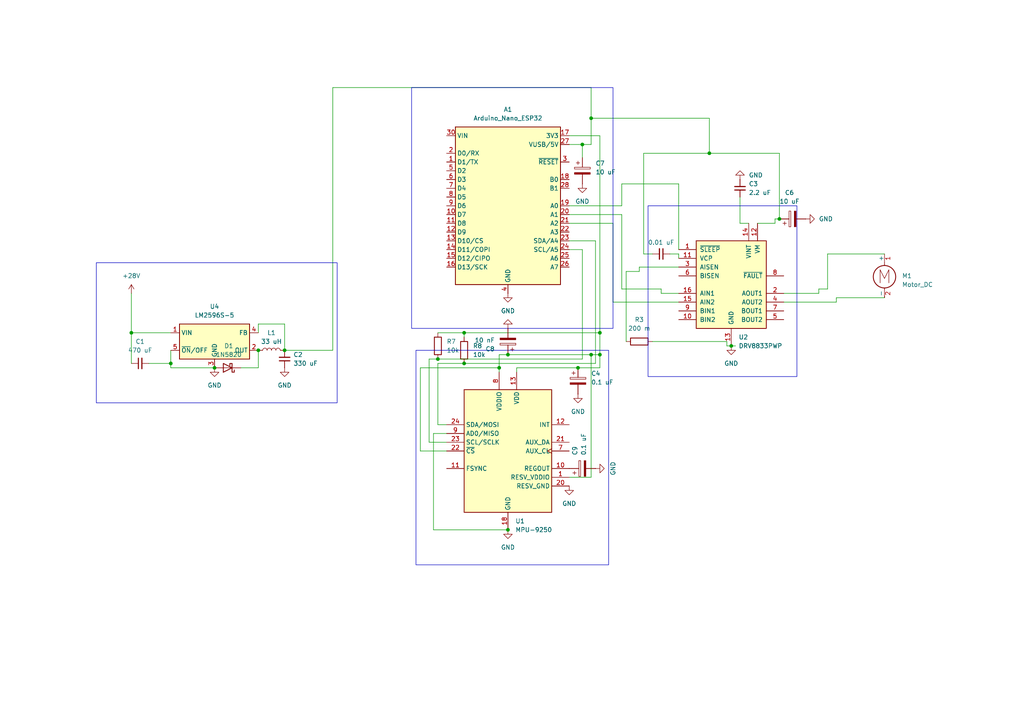
<source format=kicad_sch>
(kicad_sch (version 20250114) (generator "eeschema") (generator_version "9.0")
  (paper "A4")
  (lib_symbols
    (symbol "Device:C_Polarized" (pin_numbers (hide yes)) (pin_names (offset 0.254))
      (property "Reference" "C" (at 0.635 2.54 0))
      (property "Value" "C_Polarized" (at 0.635 -2.54 0))
      (symbol "C_Polarized_0_1"
        (rectangle (start -2.286 0.508) (end 2.286 1.016))
        (polyline (pts (xy -1.778 2.286) (xy -0.762 2.286)))
        (polyline (pts (xy -1.27 2.794) (xy -1.27 1.778)))
        (rectangle (start 2.286 -0.508) (end -2.286 -1.016) (fill (type outline)))
      )
      (symbol "C_Polarized_1_1"
        (pin passive line (at 0 3.81 270) (length 2.794) (name "~") (number "1"))
        (pin passive line (at 0 -3.81 90) (length 2.794) (name "~") (number "2"))
      )
    )
    (symbol "Device:C_Small" (pin_numbers (hide yes)) (pin_names (offset 0.254) (hide yes))
      (property "Reference" "C" (at 0.254 1.778 0))
      (property "Value" "C_Small" (at 0.254 -2.032 0))
      (symbol "C_Small_0_1"
        (polyline (pts (xy -1.524 0.508) (xy 1.524 0.508)) (stroke (width 0.3048)))
        (polyline (pts (xy -1.524 -0.508) (xy 1.524 -0.508)) (stroke (width 0.3302)))
      )
      (symbol "C_Small_1_1"
        (pin passive line (at 0 2.54 270) (length 2.032) (name "~") (number "1"))
        (pin passive line (at 0 -2.54 90) (length 2.032) (name "~") (number "2"))
      )
    )
    (symbol "Device:L" (pin_numbers (hide yes)) (pin_names (offset 1.016) (hide yes))
      (property "Reference" "L" (at -1.27 0 90))
      (property "Value" "L" (at 1.905 0 90))
      (symbol "L_0_1"
        (arc (start 0 2.54) (mid 0.6323 1.905) (end 0 1.27))
        (arc (start 0 1.27) (mid 0.6323 0.635) (end 0 0))
        (arc (start 0 0) (mid 0.6323 -0.635) (end 0 -1.27))
        (arc (start 0 -1.27) (mid 0.6323 -1.905) (end 0 -2.54))
      )
      (symbol "L_1_1"
        (pin passive line (at 0 3.81 270) (length 1.27) (name "1") (number "1"))
        (pin passive line (at 0 -3.81 90) (length 1.27) (name "2") (number "2"))
      )
    )
    (symbol "Device:R" (pin_numbers (hide yes)) (pin_names (offset 0))
      (property "Reference" "R" (at 2.032 0 90))
      (property "Value" "R" (at 0 0 90))
      (symbol "R_0_1"
        (rectangle (start -1.016 -2.54) (end 1.016 2.54) (stroke (width 0.254)))
      )
      (symbol "R_1_1"
        (pin passive line (at 0 3.81 270) (length 1.27) (name "~") (number "1"))
        (pin passive line (at 0 -3.81 90) (length 1.27) (name "~") (number "2"))
      )
    )
    (symbol "Diode:1N5820" (pin_numbers (hide yes)) (pin_names (offset 1.016) (hide yes))
      (property "Reference" "D" (at 0 2.54 0))
      (property "Value" "1N5820" (at 0 -2.54 0))
      (symbol "1N5820_0_1"
        (polyline (pts (xy -1.905 0.635) (xy -1.905 1.27) (xy -1.27 1.27) (xy -1.27 -1.27) (xy -0.635 -1.27) (xy -0.635 -0.635)) (stroke (width 0.254)))
        (polyline (pts (xy 1.27 1.27) (xy 1.27 -1.27) (xy -1.27 0) (xy 1.27 1.27)) (stroke (width 0.254)))
        (polyline (pts (xy 1.27 0) (xy -1.27 0)))
      )
      (symbol "1N5820_1_1"
        (pin passive line (at -3.81 0 0) (length 2.54) (name "K") (number "1"))
        (pin passive line (at 3.81 0 180) (length 2.54) (name "A") (number "2"))
      )
    )
    (symbol "Driver_Motor:DRV8833PWP" (pin_names (offset 1.016))
      (property "Reference" "U" (at -3.81 16.51 0))
      (property "Value" "DRV8833PWP" (at -3.81 13.97 0))
      (symbol "DRV8833PWP_0_1"
        (rectangle (start -10.16 12.7) (end 10.16 -12.7) (stroke (width 0.254)) (fill (type background)))
      )
      (symbol "DRV8833PWP_1_1"
        (pin input line (at -15.24 10.16 0) (length 5.08) (name "~{SLEEP}") (number "1"))
        (pin bidirectional line (at -15.24 7.62 0) (length 5.08) (name "VCP") (number "11"))
        (pin bidirectional line (at -15.24 5.08 0) (length 5.08) (name "AISEN") (number "3"))
        (pin bidirectional line (at -15.24 2.54 0) (length 5.08) (name "BISEN") (number "6"))
        (pin input line (at -15.24 -2.54 0) (length 5.08) (name "AIN1") (number "16"))
        (pin input line (at -15.24 -5.08 0) (length 5.08) (name "AIN2") (number "15"))
        (pin input line (at -15.24 -7.62 0) (length 5.08) (name "BIN1") (number "9"))
        (pin input line (at -15.24 -10.16 0) (length 5.08) (name "BIN2") (number "10"))
        (pin power_in line (at 0 -17.78 90) (length 5.08) (name "GND") (number "13"))
        (pin passive line (at 0 -17.78 90) (length 5.08) (hide yes) (name "GND") (number "17"))
        (pin power_in line (at 5.08 17.78 270) (length 5.08) (name "VINT") (number "14"))
        (pin power_in line (at 7.62 17.78 270) (length 5.08) (name "VM") (number "12"))
        (pin open_collector line (at 15.24 2.54 180) (length 5.08) (name "~{FAULT}") (number "8"))
        (pin power_out line (at 15.24 -2.54 180) (length 5.08) (name "AOUT1") (number "2"))
        (pin power_out line (at 15.24 -5.08 180) (length 5.08) (name "AOUT2") (number "4"))
        (pin power_out line (at 15.24 -7.62 180) (length 5.08) (name "BOUT1") (number "7"))
        (pin power_out line (at 15.24 -10.16 180) (length 5.08) (name "BOUT2") (number "5"))
      )
    )
    (symbol "MCU_Module:Arduino_Nano_ESP32"
      (property "Reference" "A" (at -14.986 23.622 0))
      (property "Value" "Arduino_Nano_ESP32" (at 3.81 -25.654 0))
      (symbol "Arduino_Nano_ESP32_0_1"
        (rectangle (start -15.24 22.86) (end 15.24 -22.86) (stroke (width 0.254)) (fill (type background)))
      )
      (symbol "Arduino_Nano_ESP32_1_1"
        (pin power_in line (at -17.78 20.32 0) (length 2.54) (name "VIN") (number "30"))
        (pin bidirectional line (at -17.78 15.24 0) (length 2.54) (name "D0/RX") (number "2"))
        (pin bidirectional line (at -17.78 12.7 0) (length 2.54) (name "D1/TX") (number "1"))
        (pin bidirectional line (at -17.78 10.16 0) (length 2.54) (name "D2") (number "5"))
        (pin bidirectional line (at -17.78 7.62 0) (length 2.54) (name "D3") (number "6"))
        (pin bidirectional line (at -17.78 5.08 0) (length 2.54) (name "D4") (number "7"))
        (pin bidirectional line (at -17.78 2.54 0) (length 2.54) (name "D5") (number "8"))
        (pin bidirectional line (at -17.78 0 0) (length 2.54) (name "D6") (number "9"))
        (pin bidirectional line (at -17.78 -2.54 0) (length 2.54) (name "D7") (number "10"))
        (pin bidirectional line (at -17.78 -5.08 0) (length 2.54) (name "D8") (number "11"))
        (pin bidirectional line (at -17.78 -7.62 0) (length 2.54) (name "D9") (number "12"))
        (pin bidirectional line (at -17.78 -10.16 0) (length 2.54) (name "D10/CS") (number "13"))
        (pin bidirectional line (at -17.78 -12.7 0) (length 2.54) (name "D11/COPI") (number "14"))
        (pin bidirectional line (at -17.78 -15.24 0) (length 2.54) (name "D12/CIPO") (number "15"))
        (pin bidirectional line (at -17.78 -17.78 0) (length 2.54) (name "D13/SCK") (number "16"))
        (pin passive line (at 0 -25.4 90) (length 2.54) (hide yes) (name "GND") (number "29"))
        (pin power_in line (at 0 -25.4 90) (length 2.54) (name "GND") (number "4"))
        (pin power_out line (at 17.78 20.32 180) (length 2.54) (name "3V3") (number "17"))
        (pin power_out line (at 17.78 17.78 180) (length 2.54) (name "VUSB/5V") (number "27"))
        (pin input line (at 17.78 12.7 180) (length 2.54) (name "~{RESET}") (number "3"))
        (pin bidirectional line (at 17.78 7.62 180) (length 2.54) (name "B0") (number "18"))
        (pin bidirectional line (at 17.78 5.08 180) (length 2.54) (name "B1") (number "28"))
        (pin bidirectional line (at 17.78 0 180) (length 2.54) (name "A0") (number "19"))
        (pin bidirectional line (at 17.78 -2.54 180) (length 2.54) (name "A1") (number "20"))
        (pin bidirectional line (at 17.78 -5.08 180) (length 2.54) (name "A2") (number "21"))
        (pin bidirectional line (at 17.78 -7.62 180) (length 2.54) (name "A3") (number "22"))
        (pin bidirectional line (at 17.78 -10.16 180) (length 2.54) (name "SDA/A4") (number "23"))
        (pin bidirectional line (at 17.78 -12.7 180) (length 2.54) (name "SCL/A5") (number "24"))
        (pin bidirectional line (at 17.78 -15.24 180) (length 2.54) (name "A6") (number "25"))
        (pin bidirectional line (at 17.78 -17.78 180) (length 2.54) (name "A7") (number "26"))
      )
    )
    (symbol "Motor:Motor_DC" (pin_names (offset 0))
      (property "Reference" "M" (at 2.54 2.54 0))
      (property "Value" "Motor_DC" (at 2.54 -5.08 0))
      (symbol "Motor_DC_0_0"
        (polyline (pts (xy -1.27 -3.302) (xy -1.27 0.508) (xy 0 -2.032) (xy 1.27 0.508) (xy 1.27 -3.302)))
      )
      (symbol "Motor_DC_0_1"
        (polyline (pts (xy 0 2.032) (xy 0 2.54)))
        (polyline (pts (xy 0 1.7272) (xy 0 2.0828)))
        (circle (center 0 -1.524) (radius 3.2512) (stroke (width 0.254)))
        (polyline (pts (xy 0 -4.7752) (xy 0 -5.1816)))
        (polyline (pts (xy 0 -7.62) (xy 0 -7.112)))
      )
      (symbol "Motor_DC_1_1"
        (pin passive line (at 0 5.08 270) (length 2.54) (name "+") (number "1"))
        (pin passive line (at 0 -7.62 90) (length 2.54) (name "-") (number "2"))
      )
    )
    (symbol "Regulator_Switching:LM2596S-5"
      (property "Reference" "U" (at -10.16 6.35 0))
      (property "Value" "LM2596S-5" (at 0 6.35 0))
      (symbol "LM2596S-5_0_1"
        (rectangle (start -10.16 5.08) (end 10.16 -5.08) (stroke (width 0.254)) (fill (type background)))
      )
      (symbol "LM2596S-5_1_1"
        (pin power_in line (at -12.7 2.54 0) (length 2.54) (name "VIN") (number "1"))
        (pin input line (at -12.7 -2.54 0) (length 2.54) (name "~{ON}/OFF") (number "5"))
        (pin power_in line (at 0 -7.62 90) (length 2.54) (name "GND") (number "3"))
        (pin input line (at 12.7 2.54 180) (length 2.54) (name "FB") (number "4"))
        (pin output line (at 12.7 -2.54 180) (length 2.54) (name "OUT") (number "2"))
      )
    )
    (symbol "Sensor_Motion:MPU-9250"
      (property "Reference" "U" (at -11.43 19.05 0))
      (property "Value" "MPU-9250" (at 7.62 -19.05 0))
      (symbol "MPU-9250_0_1"
        (rectangle (start -12.7 17.78) (end 12.7 -17.78) (stroke (width 0.254)) (fill (type background)))
      )
      (symbol "MPU-9250_1_1"
        (pin bidirectional line (at -17.78 7.62 0) (length 5.08) (name "SDA/MOSI") (number "24"))
        (pin bidirectional line (at -17.78 5.08 0) (length 5.08) (name "AD0/MISO") (number "9"))
        (pin input line (at -17.78 2.54 0) (length 5.08) (name "SCL/SCLK") (number "23"))
        (pin input line (at -17.78 0 0) (length 5.08) (name "~{CS}") (number "22"))
        (pin input line (at -17.78 -5.08 0) (length 5.08) (name "FSYNC") (number "11"))
        (pin power_in line (at -2.54 22.86 270) (length 5.08) (name "VDDIO") (number "8"))
        (pin power_in line (at 0 -22.86 90) (length 5.08) (name "GND") (number "18"))
        (pin power_in line (at 2.54 22.86 270) (length 5.08) (name "VDD") (number "13"))
        (pin output line (at 17.78 7.62 180) (length 5.08) (name "INT") (number "12"))
        (pin bidirectional line (at 17.78 2.54 180) (length 5.08) (name "AUX_DA") (number "21"))
        (pin output clock (at 17.78 0 180) (length 5.08) (name "AUX_CL") (number "7"))
        (pin passive line (at 17.78 -5.08 180) (length 5.08) (name "REGOUT") (number "10"))
        (pin input line (at 17.78 -7.62 180) (length 5.08) (name "RESV_VDDIO") (number "1"))
        (pin power_in line (at 17.78 -10.16 180) (length 5.08) (name "RESV_GND") (number "20"))
      )
    )
    (symbol "power:+28V" (power) (pin_numbers (hide yes)) (pin_names (offset 0) (hide yes))
      (property "Value" "+28V" (at 0 3.556 0))
      (symbol "+28V_0_1"
        (polyline (pts (xy -0.762 1.27) (xy 0 2.54)))
        (polyline (pts (xy 0 2.54) (xy 0.762 1.27)))
        (polyline (pts (xy 0 0) (xy 0 2.54)))
      )
      (symbol "+28V_1_1"
        (pin power_in line (at 0 0 90) (length 0) (name "~") (number "1"))
      )
    )
    (symbol "power:GND" (power) (pin_numbers (hide yes)) (pin_names (offset 0) (hide yes))
      (property "Value" "GND" (at 0 -3.81 0))
      (symbol "GND_0_1"
        (polyline (pts (xy 0 0) (xy 0 -1.27) (xy 1.27 -1.27) (xy 0 -2.54) (xy -1.27 -1.27) (xy 0 -1.27)))
      )
      (symbol "GND_1_1"
        (pin power_in line (at 0 0 270) (length 0) (name "~") (number "1"))
      )
    )
  )
  (rectangle (start 27.94 76.2) (end 97.79 116.84))
  (rectangle (start 119.38 25.4) (end 177.8 95.25))
  (rectangle (start 120.65 101.6) (end 176.53 163.83))
  (rectangle (start 187.96 59.69) (end 231.14 109.22))
  (junction (at 212.09 100.33))
  (junction (at 173.99 102.87))
  (junction (at 49.53 105.41))
  (junction (at 171.45 34.29))
  (junction (at 147.32 102.87))
  (junction (at 147.32 153.67))
  (junction (at 171.45 102.87))
  (junction (at 82.55 101.6))
  (junction (at 134.62 105.41))
  (junction (at 74.93 101.6))
  (junction (at 127 104.14))
  (junction (at 38.1 96.52))
  (junction (at 144.78 106.68))
  (junction (at 205.74 44.45))
  (junction (at 168.91 41.91))
  (junction (at 167.64 106.68))
  (junction (at 226.06 63.5))
  (junction (at 134.62 96.52))
  (junction (at 62.23 106.68))
  (junction (at 173.99 96.52))
  (wire (pts (xy 180.34 62.23) (xy 180.34 83.82)))
  (wire (pts (xy 237.49 83.82) (xy 240.03 83.82)))
  (wire (pts (xy 38.1 85.09) (xy 38.1 96.52)))
  (wire (pts (xy 171.45 102.87) (xy 173.99 102.87)))
  (wire (pts (xy 165.1 64.77) (xy 177.8 64.77)))
  (wire (pts (xy 121.92 130.81) (xy 121.92 106.68)))
  (wire (pts (xy 173.99 39.37) (xy 165.1 39.37)))
  (wire (pts (xy 224.79 63.5) (xy 226.06 63.5)))
  (wire (pts (xy 181.61 99.06) (xy 181.61 78.74)))
  (wire (pts (xy 127 123.19) (xy 127 105.41)))
  (wire (pts (xy 186.69 44.45) (xy 186.69 73.66)))
  (wire (pts (xy 196.85 73.66) (xy 194.31 73.66)))
  (wire (pts (xy 82.55 93.98) (xy 74.93 93.98)))
  (wire (pts (xy 191.77 83.82) (xy 191.77 85.09)))
  (wire (pts (xy 134.62 96.52) (xy 173.99 96.52)))
  (wire (pts (xy 171.45 41.91) (xy 168.91 41.91)))
  (wire (pts (xy 149.86 106.68) (xy 149.86 107.95)))
  (wire (pts (xy 171.45 34.29) (xy 205.74 34.29)))
  (wire (pts (xy 171.45 138.43) (xy 165.1 138.43)))
  (wire (pts (xy 124.46 104.14) (xy 127 104.14)))
  (wire (pts (xy 172.72 69.85) (xy 165.1 69.85)))
  (wire (pts (xy 127 104.14) (xy 168.91 104.14)))
  (wire (pts (xy 74.93 106.68) (xy 74.93 101.6)))
  (wire (pts (xy 213.36 100.33) (xy 212.09 100.33)))
  (wire (pts (xy 129.54 128.27) (xy 124.46 128.27)))
  (wire (pts (xy 125.73 153.67) (xy 147.32 153.67)))
  (wire (pts (xy 134.62 96.52) (xy 134.62 97.79)))
  (wire (pts (xy 177.8 64.77) (xy 177.8 87.63)))
  (wire (pts (xy 147.32 102.87) (xy 144.78 102.87)))
  (wire (pts (xy 144.78 107.95) (xy 144.78 106.68)))
  (wire (pts (xy 96.52 101.6) (xy 96.52 25.4)))
  (wire (pts (xy 144.78 102.87) (xy 144.78 106.68)))
  (wire (pts (xy 240.03 73.66) (xy 256.54 73.66)))
  (wire (pts (xy 43.18 105.41) (xy 49.53 105.41)))
  (wire (pts (xy 129.54 130.81) (xy 121.92 130.81)))
  (wire (pts (xy 147.32 102.87) (xy 171.45 102.87)))
  (wire (pts (xy 196.85 53.34) (xy 196.85 72.39)))
  (wire (pts (xy 82.55 101.6) (xy 82.55 93.98)))
  (wire (pts (xy 205.74 34.29) (xy 205.74 44.45)))
  (wire (pts (xy 185.42 77.47) (xy 185.42 78.74)))
  (wire (pts (xy 240.03 83.82) (xy 240.03 73.66)))
  (wire (pts (xy 180.34 53.34) (xy 180.34 59.69)))
  (wire (pts (xy 186.69 73.66) (xy 189.23 73.66)))
  (wire (pts (xy 242.57 86.36) (xy 256.54 86.36)))
  (wire (pts (xy 168.91 72.39) (xy 165.1 72.39)))
  (wire (pts (xy 173.99 96.52) (xy 173.99 102.87)))
  (wire (pts (xy 219.71 64.77) (xy 224.79 64.77)))
  (wire (pts (xy 168.91 104.14) (xy 168.91 72.39)))
  (wire (pts (xy 173.99 39.37) (xy 173.99 96.52)))
  (wire (pts (xy 185.42 77.47) (xy 196.85 77.47)))
  (wire (pts (xy 210.82 99.06) (xy 189.23 99.06)))
  (wire (pts (xy 186.69 44.45) (xy 205.74 44.45)))
  (wire (pts (xy 210.82 100.33) (xy 212.09 100.33)))
  (wire (pts (xy 171.45 34.29) (xy 171.45 41.91)))
  (wire (pts (xy 177.8 87.63) (xy 196.85 87.63)))
  (wire (pts (xy 38.1 96.52) (xy 38.1 105.41)))
  (wire (pts (xy 96.52 25.4) (xy 171.45 25.4)))
  (wire (pts (xy 129.54 123.19) (xy 127 123.19)))
  (wire (pts (xy 210.82 100.33) (xy 210.82 99.06)))
  (wire (pts (xy 49.53 106.68) (xy 62.23 106.68)))
  (wire (pts (xy 96.52 101.6) (xy 82.55 101.6)))
  (wire (pts (xy 124.46 128.27) (xy 124.46 104.14)))
  (wire (pts (xy 134.62 105.41) (xy 172.72 105.41)))
  (wire (pts (xy 38.1 96.52) (xy 49.53 96.52)))
  (wire (pts (xy 69.85 106.68) (xy 74.93 106.68)))
  (wire (pts (xy 125.73 125.73) (xy 125.73 153.67)))
  (wire (pts (xy 196.85 74.93) (xy 196.85 73.66)))
  (wire (pts (xy 121.92 106.68) (xy 144.78 106.68)))
  (wire (pts (xy 168.91 41.91) (xy 165.1 41.91)))
  (wire (pts (xy 224.79 64.77) (xy 224.79 63.5)))
  (wire (pts (xy 191.77 85.09) (xy 196.85 85.09)))
  (wire (pts (xy 237.49 85.09) (xy 237.49 83.82)))
  (wire (pts (xy 167.64 106.68) (xy 173.99 106.68)))
  (wire (pts (xy 217.17 64.77) (xy 214.63 64.77)))
  (wire (pts (xy 149.86 106.68) (xy 167.64 106.68)))
  (wire (pts (xy 49.53 101.6) (xy 49.53 105.41)))
  (wire (pts (xy 49.53 105.41) (xy 49.53 106.68)))
  (wire (pts (xy 171.45 102.87) (xy 171.45 138.43)))
  (wire (pts (xy 205.74 44.45) (xy 226.06 44.45)))
  (wire (pts (xy 226.06 63.5) (xy 226.06 44.45)))
  (wire (pts (xy 165.1 62.23) (xy 180.34 62.23)))
  (wire (pts (xy 168.91 45.72) (xy 168.91 41.91)))
  (wire (pts (xy 171.45 25.4) (xy 171.45 34.29)))
  (wire (pts (xy 180.34 53.34) (xy 196.85 53.34)))
  (wire (pts (xy 180.34 59.69) (xy 165.1 59.69)))
  (wire (pts (xy 227.33 85.09) (xy 237.49 85.09)))
  (wire (pts (xy 129.54 125.73) (xy 125.73 125.73)))
  (wire (pts (xy 181.61 78.74) (xy 185.42 78.74)))
  (wire (pts (xy 180.34 83.82) (xy 191.77 83.82)))
  (wire (pts (xy 127 96.52) (xy 134.62 96.52)))
  (wire (pts (xy 242.57 87.63) (xy 242.57 86.36)))
  (wire (pts (xy 227.33 87.63) (xy 242.57 87.63)))
  (wire (pts (xy 214.63 64.77) (xy 214.63 57.15)))
  (wire (pts (xy 172.72 105.41) (xy 172.72 69.85)))
  (wire (pts (xy 173.99 102.87) (xy 173.99 106.68)))
  (wire (pts (xy 127 105.41) (xy 134.62 105.41)))
  (wire (pts (xy 74.93 93.98) (xy 74.93 96.52)))
  (symbol (lib_id "power:GND") (at 212.09 100.33 0) (unit 1)
    (property "Reference" "#PWR04" (effects (hide yes)))
    (property "Value" "GND" (at 212.09 105.41 0))
    (property "Description" "Power symbol creates a global label with name \"GND\" , ground" (effects (hide yes)))
  )
  (symbol (lib_id "Device:C_Polarized") (at 229.87 63.5 90) (unit 1)
    (property "Reference" "C6" (at 228.981 55.88 90))
    (property "Value" "10 uF" (at 228.981 58.42 90))
    (property "Footprint" "Capacitor_SMD:C_0402_1005Metric_Pad0.74x0.62mm_HandSolder" (effects (hide yes)))
    (property "Description" "Polarized capacitor" (effects (hide yes)))
  )
  (symbol (lib_id "Device:C_Small") (at 82.55 104.14 180) (unit 1)
    (property "Reference" "C2" (at 85.09 102.8635 0) (effects (justify right)))
    (property "Value" "330 uF" (at 85.09 105.4035 0) (effects (justify right)))
    (property "Footprint" "Capacitor_THT:C_Radial_D4.0mm_H5.0mm_P1.50mm" (effects (hide yes)))
    (property "Description" "Unpolarized capacitor, small symbol" (effects (hide yes)))
  )
  (symbol (lib_id "Sensor_Motion:MPU-9250") (at 147.32 130.81 0) (unit 1)
    (property "Reference" "U1" (at 149.4633 151.13 0) (effects (justify left)))
    (property "Value" "MPU-9250" (at 149.4633 153.67 0) (effects (justify left)))
    (property "Footprint" "Sensor_Motion:InvenSense_QFN-24_3x3mm_P0.4mm" (effects (hide yes)))
    (property "Datasheet" "https://invensense.tdk.com/wp-content/uploads/2015/02/PS-MPU-9250A-01-v1.1.pdf" (effects (hide yes)))
    (property "Description" "InvenSense 9-Axis Motion Sensor, Accelerometer, Gyroscope, Compass, I2C/SPI" (effects (hide yes)))
  )
  (symbol (lib_id "power:GND") (at 147.32 85.09 0) (unit 1)
    (property "Reference" "#PWR03" (effects (hide yes)))
    (property "Value" "GND" (at 147.32 90.17 0))
    (property "Description" "Power symbol creates a global label with name \"GND\" , ground" (effects (hide yes)))
  )
  (symbol (lib_id "Motor:Motor_DC") (at 256.54 78.74 0) (unit 1)
    (property "Reference" "M1" (at 261.62 80.0099 0) (effects (justify left)))
    (property "Value" "Motor_DC" (at 261.62 82.5499 0) (effects (justify left)))
    (property "Footprint" "Motors:Vybronics_VZ30C1T8219732L" (effects (hide yes)))
    (property "Description" "DC Motor" (effects (hide yes)))
  )
  (symbol (lib_id "Device:R") (at 134.62 101.6 180) (unit 1)
    (property "Reference" "R8" (at 137.16 100.3299 0) (effects (justify right)))
    (property "Value" "10k" (at 137.16 102.8699 0) (effects (justify right)))
    (property "Footprint" "Resistor_SMD:R_0402_1005Metric_Pad0.72x0.64mm_HandSolder" (effects (hide yes)))
    (property "Description" "Resistor" (effects (hide yes)))
  )
  (symbol (lib_id "Device:C_Polarized") (at 168.91 49.53 0) (unit 1)
    (property "Reference" "C7" (at 172.72 47.3709 0) (effects (justify left)))
    (property "Value" "10 uF" (at 172.72 49.9109 0) (effects (justify left)))
    (property "Footprint" "Capacitor_SMD:C_0402_1005Metric_Pad0.74x0.62mm_HandSolder" (effects (hide yes)))
    (property "Description" "Polarized capacitor" (effects (hide yes)))
  )
  (symbol (lib_id "power:GND") (at 82.55 106.68 0) (unit 1)
    (property "Reference" "#PWR012" (effects (hide yes)))
    (property "Value" "GND" (at 82.55 111.76 0))
    (property "Description" "Power symbol creates a global label with name \"GND\" , ground" (effects (hide yes)))
  )
  (symbol (lib_id "power:GND") (at 168.91 53.34 0) (unit 1)
    (property "Reference" "#PWR09" (effects (hide yes)))
    (property "Value" "GND" (at 168.91 58.42 0))
    (property "Description" "Power symbol creates a global label with name \"GND\" , ground" (effects (hide yes)))
  )
  (symbol (lib_id "Device:C_Polarized") (at 147.32 99.06 180) (unit 1)
    (property "Reference" "C8" (at 143.51 101.2191 0) (effects (justify left)))
    (property "Value" "10 nF" (at 143.51 98.6791 0) (effects (justify left)))
    (property "Footprint" "Capacitor_SMD:C_0402_1005Metric_Pad0.74x0.62mm_HandSolder" (effects (hide yes)))
    (property "Description" "Polarized capacitor" (effects (hide yes)))
  )
  (symbol (lib_id "power:GND") (at 165.1 140.97 0) (unit 1)
    (property "Reference" "#PWR011" (effects (hide yes)))
    (property "Value" "GND" (at 165.1 146.05 0))
    (property "Description" "Power symbol creates a global label with name \"GND\" , ground" (effects (hide yes)))
  )
  (symbol (lib_id "power:GND") (at 62.23 106.68 0) (unit 1)
    (property "Reference" "#PWR05" (effects (hide yes)))
    (property "Value" "GND" (at 62.23 111.76 0))
    (property "Description" "Power symbol creates a global label with name \"GND\" , ground" (effects (hide yes)))
  )
  (symbol (lib_id "Device:C_Small") (at 40.64 105.41 90) (unit 1)
    (property "Reference" "C1" (at 40.6463 99.06 90))
    (property "Value" "470 uF" (at 40.6463 101.6 90))
    (property "Footprint" "Capacitor_THT:C_Radial_D4.0mm_H5.0mm_P1.50mm" (effects (hide yes)))
    (property "Description" "Unpolarized capacitor, small symbol" (effects (hide yes)))
  )
  (symbol (lib_id "Device:C_Polarized") (at 167.64 110.49 0) (unit 1)
    (property "Reference" "C4" (at 171.45 108.3309 0) (effects (justify left)))
    (property "Value" "0.1 uF" (at 171.45 110.8709 0) (effects (justify left)))
    (property "Footprint" "Capacitor_SMD:C_0402_1005Metric_Pad0.74x0.62mm_HandSolder" (effects (hide yes)))
    (property "Description" "Polarized capacitor" (effects (hide yes)))
  )
  (symbol (lib_id "power:+28V") (at 38.1 85.09 0) (unit 1)
    (property "Reference" "#PWR07" (effects (hide yes)))
    (property "Value" "+28V" (at 38.1 80.01 0))
    (property "Description" "Power symbol creates a global label with name \"+28V\"" (effects (hide yes)))
  )
  (symbol (lib_id "power:GND") (at 147.32 95.25 180) (unit 1)
    (property "Reference" "#PWR010" (effects (hide yes)))
    (property "Value" "GND" (at 147.32 90.17 0))
    (property "Description" "Power symbol creates a global label with name \"GND\" , ground" (effects (hide yes)))
  )
  (symbol (lib_id "Device:R") (at 127 100.33 0) (unit 1)
    (property "Reference" "R7" (at 129.54 99.0599 0) (effects (justify left)))
    (property "Value" "10k" (at 129.54 101.5999 0) (effects (justify left)))
    (property "Footprint" "Resistor_SMD:R_0402_1005Metric_Pad0.72x0.64mm_HandSolder" (effects (hide yes)))
    (property "Description" "Resistor" (effects (hide yes)))
  )
  (symbol (lib_id "power:GND") (at 172.72 135.89 90) (unit 1)
    (property "Reference" "#PWR013" (effects (hide yes)))
    (property "Value" "GND" (at 177.8 135.89 0))
    (property "Description" "Power symbol creates a global label with name \"GND\" , ground" (effects (hide yes)))
  )
  (symbol (lib_id "Device:C_Small") (at 214.63 54.61 180) (unit 1)
    (property "Reference" "C3" (at 217.17 53.3335 0) (effects (justify right)))
    (property "Value" "2.2 uF" (at 217.17 55.8735 0) (effects (justify right)))
    (property "Footprint" "Capacitor_SMD:C_0402_1005Metric_Pad0.74x0.62mm_HandSolder" (effects (hide yes)))
    (property "Description" "Unpolarized capacitor, small symbol" (effects (hide yes)))
  )
  (symbol (lib_id "Diode:1N5820") (at 66.04 106.68 180) (unit 1)
    (property "Reference" "D1" (at 66.3575 100.33 0))
    (property "Value" "1N5820" (at 66.3575 102.87 0))
    (property "Footprint" "Diode_SMD:D_0201_0603Metric" (effects (hide yes)))
    (property "Datasheet" "http://www.vishay.com/docs/88526/1n5820.pdf" (effects (hide yes)))
    (property "Description" "20V 3A Schottky Barrier Rectifier Diode, DO-201AD" (effects (hide yes)))
  )
  (symbol (lib_id "power:GND") (at 167.64 114.3 0) (unit 1)
    (property "Reference" "#PWR01" (effects (hide yes)))
    (property "Value" "GND" (at 167.64 119.38 0))
    (property "Description" "Power symbol creates a global label with name \"GND\" , ground" (effects (hide yes)))
  )
  (symbol (lib_id "Device:C_Polarized") (at 168.91 135.89 90) (unit 1)
    (property "Reference" "C9" (at 166.7509 132.08 0) (effects (justify left)))
    (property "Value" "0.1 uF" (at 169.2909 132.08 0) (effects (justify left)))
    (property "Footprint" "Capacitor_SMD:C_0402_1005Metric_Pad0.74x0.62mm_HandSolder" (effects (hide yes)))
    (property "Description" "Polarized capacitor" (effects (hide yes)))
  )
  (symbol (lib_id "Device:L") (at 78.74 101.6 90) (unit 1)
    (property "Reference" "L1" (at 78.74 96.52 90))
    (property "Value" "33 uH" (at 78.74 99.06 90))
    (property "Footprint" "Inductor_SMD_Wurth:L_Wurth_WE-LQSH-2010" (effects (hide yes)))
    (property "Description" "Inductor" (effects (hide yes)))
  )
  (symbol (lib_id "power:GND") (at 233.68 63.5 90) (unit 1)
    (property "Reference" "#PWR08" (effects (hide yes)))
    (property "Value" "GND" (at 237.49 63.4999 90) (effects (justify right)))
    (property "Description" "Power symbol creates a global label with name \"GND\" , ground" (effects (hide yes)))
  )
  (symbol (lib_id "Driver_Motor:DRV8833PWP") (at 212.09 82.55 0) (unit 1)
    (property "Reference" "U2" (at 214.2333 97.79 0) (effects (justify left)))
    (property "Value" "DRV8833PWP" (at 214.2333 100.33 0) (effects (justify left)))
    (property "Footprint" "Package_SO:HTSSOP-16-1EP_4.4x5mm_P0.65mm_EP3.4x5mm_Mask2.46x2.31mm_ThermalVias" (effects (hide yes)))
    (property "Datasheet" "http://www.ti.com/lit/ds/symlink/drv8833.pdf" (effects (hide yes)))
    (property "Description" "Dual H-Bridge Motor Driver, HTSSOP-16" (effects (hide yes)))
  )
  (symbol (lib_id "Regulator_Switching:LM2596S-5") (at 62.23 99.06 0) (unit 1)
    (property "Reference" "U4" (at 62.23 88.9 0))
    (property "Value" "LM2596S-5" (at 62.23 91.44 0))
    (property "Footprint" "Package_TO_SOT_SMD:TO-263-5_TabPin3" (effects (hide yes)))
    (property "Datasheet" "http://www.ti.com/lit/ds/symlink/lm2596.pdf" (effects (hide yes)))
    (property "Description" "5V 3A Step-Down Voltage Regulator, TO-263" (effects (hide yes)))
  )
  (symbol (lib_id "MCU_Module:Arduino_Nano_ESP32") (at 147.32 59.69 0) (unit 1)
    (property "Reference" "A1" (at 147.32 31.75 0))
    (property "Value" "Arduino_Nano_ESP32" (at 147.32 34.29 0))
    (property "Footprint" "Module:Arduino_Nano" (effects (hide yes)))
    (property "Datasheet" "https://docs.arduino.cc/resources/datasheets/ABX00083-datasheet.pdf" (effects (hide yes)))
    (property "Description" "Arduino Nano board based on the ESP32-S3 with a dual-core 240 MHz processor, 384 kB ROM, 512 kB SRAM. Operates at 3.3V, with 5V USB-C® input and 6-21V VIN. Features Wi-Fi®, Bluetooth® LE, digital and analog pins, and supports SPI, I2C, UART, I2S, and CAN." (effects (hide yes)))
  )
  (symbol (lib_id "Device:R") (at 185.42 99.06 90) (unit 1)
    (property "Reference" "R3" (at 185.42 92.71 90))
    (property "Value" "200 m" (at 185.42 95.25 90))
    (property "Footprint" "Resistor_SMD:R_0402_1005Metric_Pad0.72x0.64mm_HandSolder" (effects (hide yes)))
    (property "Description" "Resistor" (effects (hide yes)))
  )
  (symbol (lib_id "power:GND") (at 147.32 153.67 0) (unit 1)
    (property "Reference" "#PWR02" (effects (hide yes)))
    (property "Value" "GND" (at 147.32 158.75 0))
    (property "Description" "Power symbol creates a global label with name \"GND\" , ground" (effects (hide yes)))
  )
  (symbol (lib_id "power:GND") (at 214.63 52.07 180) (unit 1)
    (property "Reference" "#PWR06" (effects (hide yes)))
    (property "Value" "GND" (at 217.17 50.7999 0) (effects (justify right)))
    (property "Description" "Power symbol creates a global label with name \"GND\" , ground" (effects (hide yes)))
  )
  (symbol (lib_id "Device:C_Small") (at 191.77 73.66 270) (unit 1)
    (property "Reference" "C5" (effects (hide yes)))
    (property "Value" "0.01 uF" (at 191.7636 70.3148 90))
    (property "Footprint" "Capacitor_SMD:C_0402_1005Metric_Pad0.74x0.62mm_HandSolder" (effects (hide yes)))
    (property "Description" "Unpolarized capacitor, small symbol" (effects (hide yes)))
  )
)
</source>
